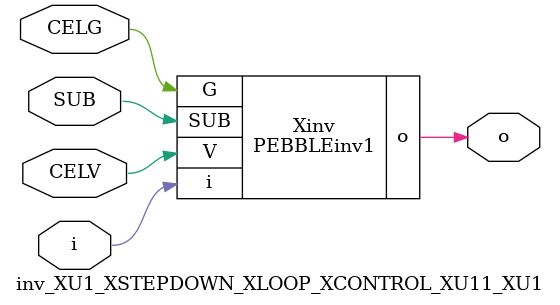
<source format=v>



module PEBBLEinv1 ( o, G, SUB, V, i );

  input V;
  input i;
  input G;
  output o;
  input SUB;
endmodule

//Celera Confidential Do Not Copy inv_XU1_XSTEPDOWN_XLOOP_XCONTROL_XU11_XU1
//Celera Confidential Symbol Generator
//5V Inverter
module inv_XU1_XSTEPDOWN_XLOOP_XCONTROL_XU11_XU1 (CELV,CELG,i,o,SUB);
input CELV;
input CELG;
input i;
input SUB;
output o;

//Celera Confidential Do Not Copy inv
PEBBLEinv1 Xinv(
.V (CELV),
.i (i),
.o (o),
.SUB (SUB),
.G (CELG)
);
//,diesize,PEBBLEinv1

//Celera Confidential Do Not Copy Module End
//Celera Schematic Generator
endmodule

</source>
